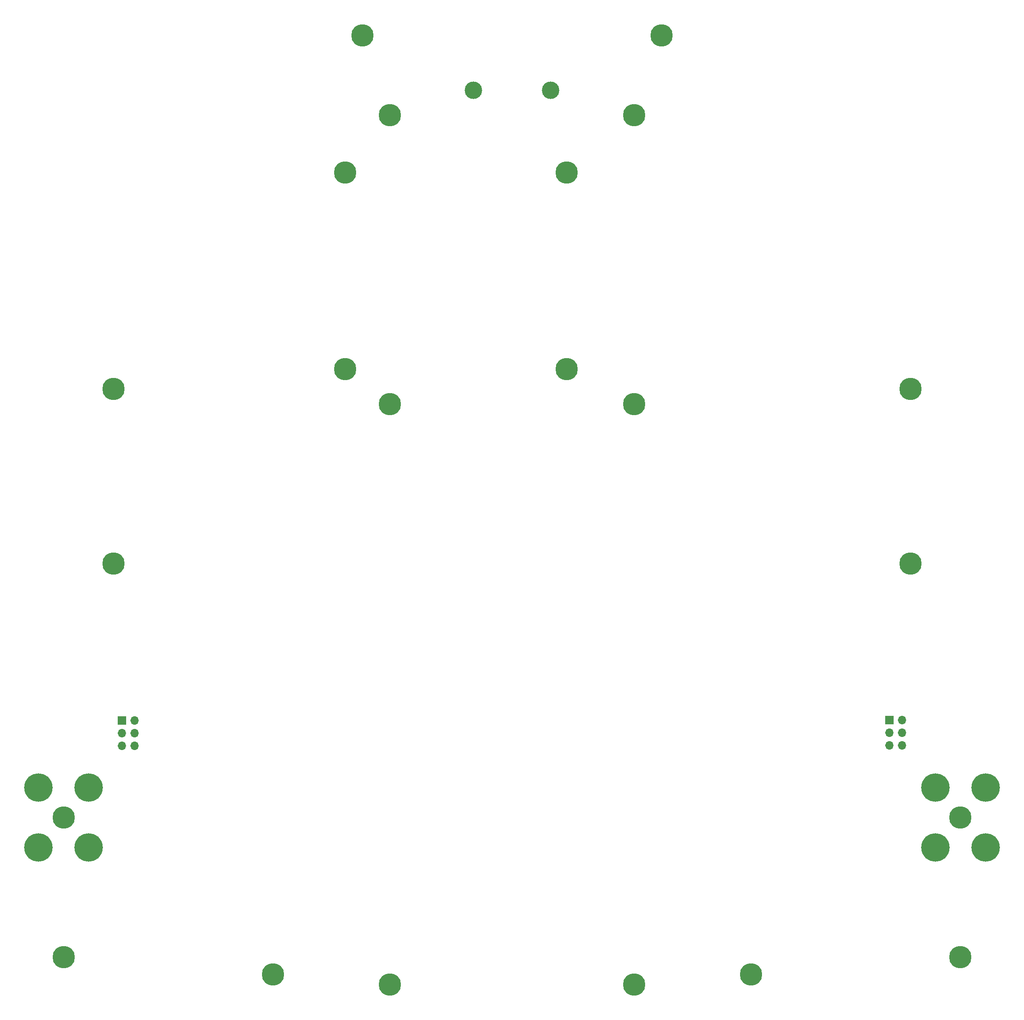
<source format=gbs>
G04 #@! TF.GenerationSoftware,KiCad,Pcbnew,9.0.2*
G04 #@! TF.CreationDate,2025-06-02T15:36:06+01:00*
G04 #@! TF.ProjectId,NB3_body,4e42335f-626f-4647-992e-6b696361645f,0.0.6*
G04 #@! TF.SameCoordinates,PX76bb820PYd4ab5c0*
G04 #@! TF.FileFunction,Soldermask,Bot*
G04 #@! TF.FilePolarity,Negative*
%FSLAX46Y46*%
G04 Gerber Fmt 4.6, Leading zero omitted, Abs format (unit mm)*
G04 Created by KiCad (PCBNEW 9.0.2) date 2025-06-02 15:36:06*
%MOMM*%
%LPD*%
G01*
G04 APERTURE LIST*
%ADD10C,5.700000*%
%ADD11C,4.500000*%
%ADD12R,1.700000X1.700000*%
%ADD13O,1.700000X1.700000*%
%ADD14C,3.500000*%
G04 APERTURE END LIST*
D10*
X95000000Y43000000D03*
D11*
X-90000000Y37000000D03*
X-24500000Y178000000D03*
X-24500000Y120000000D03*
X90000000Y9000000D03*
D12*
X-78275000Y56525000D03*
D13*
X-75735000Y56525000D03*
X-78275000Y53985000D03*
X-75735000Y53985000D03*
X-78275000Y51445000D03*
X-75735000Y51445000D03*
D12*
X75710000Y56540000D03*
D13*
X78250000Y56540000D03*
X75710000Y54000000D03*
X78250000Y54000000D03*
X75710000Y51460000D03*
X78250000Y51460000D03*
D11*
X-90000000Y9000000D03*
X24500000Y178000000D03*
X80000000Y123000000D03*
X24500000Y120000000D03*
X11000000Y166500000D03*
D10*
X-95000000Y31000000D03*
D11*
X-24500000Y3500000D03*
X24500000Y3500000D03*
D10*
X-95000000Y43000000D03*
D14*
X-7750000Y183000000D03*
D11*
X-30000000Y194000000D03*
X80000000Y88000000D03*
D10*
X95000000Y31000000D03*
D11*
X-33500000Y127000000D03*
X11000000Y127000000D03*
X90000000Y37000000D03*
D10*
X-85000000Y43000000D03*
D11*
X-80000000Y123000000D03*
X-33500000Y166500000D03*
X48000000Y5500000D03*
X-48000000Y5500000D03*
X30000000Y194000000D03*
D14*
X7750000Y183000000D03*
D10*
X85000000Y43000000D03*
X-85000000Y31000000D03*
X85000000Y31000000D03*
D11*
X-80000000Y88000000D03*
M02*

</source>
